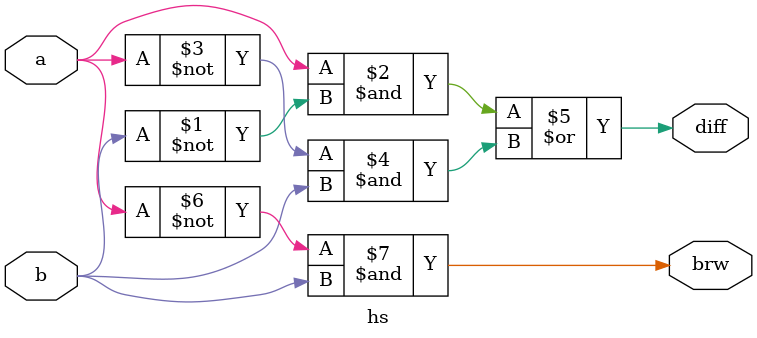
<source format=v>
`timescale 1ns / 1ps
module hs(
    input a,b,
    output diff,brw
    );
	 assign diff = (a&(~b)) | (~a & b);
	 assign brw = (~a) & b;


endmodule

</source>
